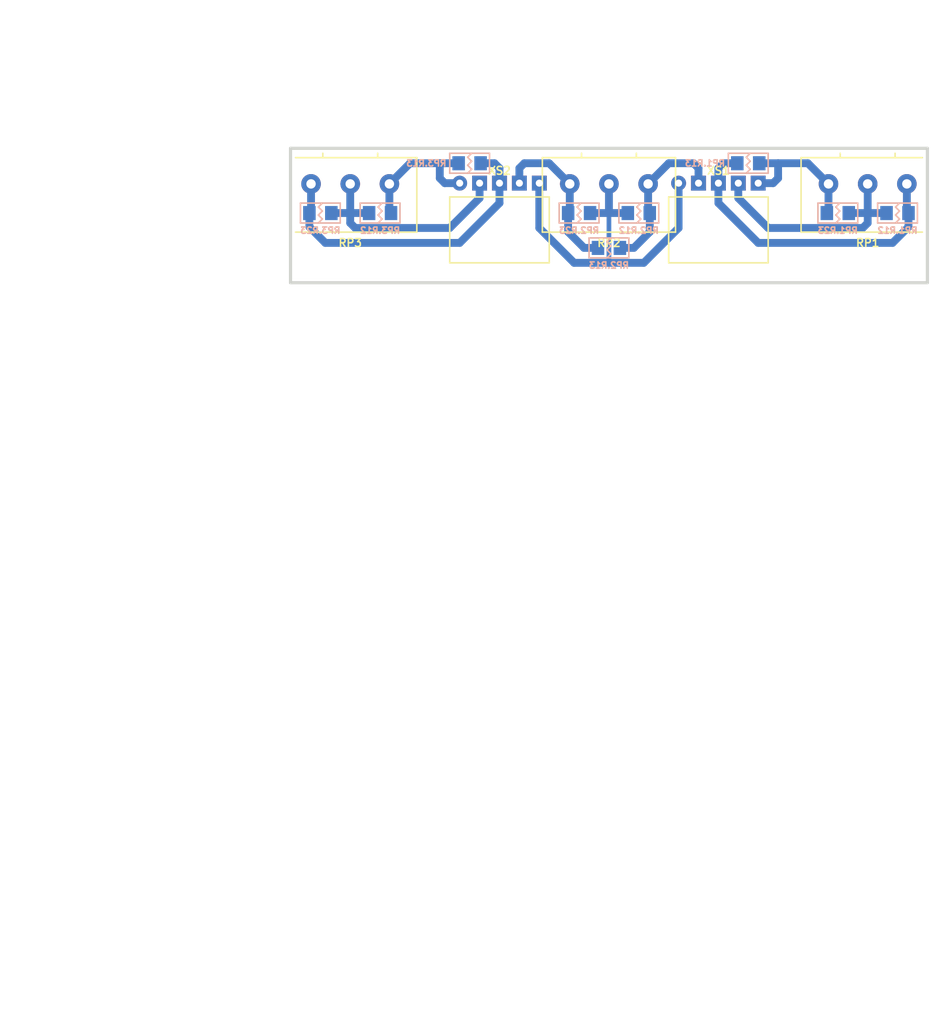
<source format=kicad_pcb>
(kicad_pcb (version 20171130) (host pcbnew 5.1.12-84ad8e8a86~92~ubuntu20.04.1)

  (general
    (thickness 1.6)
    (drawings 5)
    (tracks 74)
    (zones 0)
    (modules 14)
    (nets 10)
  )

  (page A4 portrait)
  (title_block
    (title ТКП-1.39.A-3)
    (date 2024-06-15)
    (rev 2A)
    (company "Копка Земли Potentiometer Board [REV2A]")
    (comment 1 http://github.com/Adept666)
    (comment 2 "Igor Ivanov (Игорь Иванов)")
    (comment 3 -ТТКРЧПДЛ-)
    (comment 4 "This project is licensed under GNU General Public License v3.0 or later")
  )

  (layers
    (0 F.Cu jumper)
    (31 B.Cu signal)
    (36 B.SilkS user)
    (37 F.SilkS user)
    (38 B.Mask user)
    (39 F.Mask user)
    (44 Edge.Cuts user)
    (45 Margin user)
    (46 B.CrtYd user)
    (47 F.CrtYd user)
    (48 B.Fab user)
    (49 F.Fab user)
  )

  (setup
    (last_trace_width 1)
    (user_trace_width 0.6)
    (trace_clearance 0.2)
    (zone_clearance 0.6)
    (zone_45_only no)
    (trace_min 0.2)
    (via_size 1.5)
    (via_drill 0.5)
    (via_min_size 0.6)
    (via_min_drill 0.3)
    (uvia_size 0.6)
    (uvia_drill 0.3)
    (uvias_allowed no)
    (uvia_min_size 0.6)
    (uvia_min_drill 0.3)
    (edge_width 0.4)
    (segment_width 0.6)
    (pcb_text_width 0.2)
    (pcb_text_size 1 1)
    (mod_edge_width 0.2)
    (mod_text_size 1 1)
    (mod_text_width 0.2)
    (pad_size 1.6 1.8)
    (pad_drill 0)
    (pad_to_mask_clearance 0.1)
    (solder_mask_min_width 0.2)
    (aux_axis_origin 0 0)
    (visible_elements 7FFFFFFF)
    (pcbplotparams
      (layerselection 0x20000_7ffffffe)
      (usegerberextensions false)
      (usegerberattributes false)
      (usegerberadvancedattributes false)
      (creategerberjobfile false)
      (excludeedgelayer false)
      (linewidth 0.100000)
      (plotframeref true)
      (viasonmask false)
      (mode 1)
      (useauxorigin false)
      (hpglpennumber 1)
      (hpglpenspeed 20)
      (hpglpendiameter 15.000000)
      (psnegative false)
      (psa4output false)
      (plotreference false)
      (plotvalue true)
      (plotinvisibletext false)
      (padsonsilk true)
      (subtractmaskfromsilk false)
      (outputformat 4)
      (mirror false)
      (drillshape 0)
      (scaleselection 1)
      (outputdirectory ""))
  )

  (net 0 "")
  (net 1 "Net-(RP1-Pad3)")
  (net 2 "Net-(RP1-Pad1)")
  (net 3 "Net-(RP1-Pad2)")
  (net 4 "Net-(RP2-Pad3)")
  (net 5 "Net-(RP2-Pad1)")
  (net 6 "Net-(RP2-Pad2)")
  (net 7 "Net-(RP3-Pad3)")
  (net 8 "Net-(RP3-Pad1)")
  (net 9 "Net-(RP3-Pad2)")

  (net_class Default "This is the default net class."
    (clearance 0.2)
    (trace_width 1)
    (via_dia 1.5)
    (via_drill 0.5)
    (uvia_dia 0.6)
    (uvia_drill 0.3)
    (diff_pair_width 0.2)
    (diff_pair_gap 0.2)
    (add_net "Net-(RP1-Pad1)")
    (add_net "Net-(RP1-Pad2)")
    (add_net "Net-(RP1-Pad3)")
    (add_net "Net-(RP2-Pad1)")
    (add_net "Net-(RP2-Pad2)")
    (add_net "Net-(RP2-Pad3)")
    (add_net "Net-(RP3-Pad1)")
    (add_net "Net-(RP3-Pad2)")
    (add_net "Net-(RP3-Pad3)")
  )

  (module SBKCL-TH-SL:CON-PBS-05R-RPB (layer F.Cu) (tedit 657F4AE2) (tstamp 6083D2A8)
    (at 119.38 144.78)
    (path /60033671)
    (fp_text reference XS1 (at 0 -1.5875) (layer F.SilkS)
      (effects (font (size 1 1) (thickness 0.2)))
    )
    (fp_text value PBS-05R (at 0 5.715) (layer F.Fab)
      (effects (font (size 1 1) (thickness 0.2)))
    )
    (fp_line (start -6.35 10.16) (end 6.35 10.16) (layer F.SilkS) (width 0.2))
    (fp_line (start 6.35 1.76) (end 6.35 10.16) (layer F.Fab) (width 0.2))
    (fp_line (start -6.35 1.76) (end -6.35 10.16) (layer F.Fab) (width 0.2))
    (fp_line (start -6.35 10.16) (end 6.35 10.16) (layer F.Fab) (width 0.2))
    (fp_line (start -6.35 1.76) (end 6.35 1.76) (layer F.Fab) (width 0.2))
    (fp_line (start -6.35 1.76) (end 6.35 1.76) (layer F.SilkS) (width 0.2))
    (fp_line (start -6.35 1.76) (end -6.35 10.16) (layer F.SilkS) (width 0.2))
    (fp_line (start 6.35 1.76) (end 6.35 10.16) (layer F.SilkS) (width 0.2))
    (fp_line (start -6.35 -0.45) (end 6.35 -0.45) (layer F.CrtYd) (width 0.1))
    (fp_line (start -6.35 10.16) (end 6.35 10.16) (layer F.CrtYd) (width 0.1))
    (fp_line (start -6.35 -0.45) (end -6.35 10.16) (layer F.CrtYd) (width 0.1))
    (fp_line (start 6.35 -0.45) (end 6.35 10.16) (layer F.CrtYd) (width 0.1))
    (pad 3 thru_hole rect (at 0 0) (size 1.9 1.9) (drill 0.9) (layers B.Cu B.Mask)
      (net 2 "Net-(RP1-Pad1)"))
    (pad 2 thru_hole rect (at -2.54 0) (size 1.9 1.9) (drill 0.9) (layers B.Cu B.Mask)
      (net 5 "Net-(RP2-Pad1)"))
    (pad 1 thru_hole circle (at -5.08 0) (size 1.9 1.9) (drill 0.9) (layers B.Cu B.Mask)
      (net 6 "Net-(RP2-Pad2)"))
    (pad 4 thru_hole rect (at 2.54 0) (size 1.9 1.9) (drill 0.9) (layers B.Cu B.Mask)
      (net 3 "Net-(RP1-Pad2)"))
    (pad 5 thru_hole rect (at 5.08 0) (size 1.9 1.9) (drill 0.9) (layers B.Cu B.Mask)
      (net 1 "Net-(RP1-Pad3)"))
  )

  (module SBKCL-TH-SL:CON-PBS-05R-RPB (layer F.Cu) (tedit 657F4AE2) (tstamp 60031F53)
    (at 91.44 144.78)
    (path /600A2C72)
    (fp_text reference XS2 (at 0 -1.5875) (layer F.SilkS)
      (effects (font (size 1 1) (thickness 0.2)))
    )
    (fp_text value PBS-05R (at 0 5.715) (layer F.Fab)
      (effects (font (size 1 1) (thickness 0.2)))
    )
    (fp_line (start -6.35 10.16) (end 6.35 10.16) (layer F.SilkS) (width 0.2))
    (fp_line (start 6.35 1.76) (end 6.35 10.16) (layer F.Fab) (width 0.2))
    (fp_line (start -6.35 1.76) (end -6.35 10.16) (layer F.Fab) (width 0.2))
    (fp_line (start -6.35 10.16) (end 6.35 10.16) (layer F.Fab) (width 0.2))
    (fp_line (start -6.35 1.76) (end 6.35 1.76) (layer F.Fab) (width 0.2))
    (fp_line (start -6.35 1.76) (end 6.35 1.76) (layer F.SilkS) (width 0.2))
    (fp_line (start -6.35 1.76) (end -6.35 10.16) (layer F.SilkS) (width 0.2))
    (fp_line (start 6.35 1.76) (end 6.35 10.16) (layer F.SilkS) (width 0.2))
    (fp_line (start -6.35 -0.45) (end 6.35 -0.45) (layer F.CrtYd) (width 0.1))
    (fp_line (start -6.35 10.16) (end 6.35 10.16) (layer F.CrtYd) (width 0.1))
    (fp_line (start -6.35 -0.45) (end -6.35 10.16) (layer F.CrtYd) (width 0.1))
    (fp_line (start 6.35 -0.45) (end 6.35 10.16) (layer F.CrtYd) (width 0.1))
    (pad 3 thru_hole rect (at 0 0) (size 1.9 1.9) (drill 0.9) (layers B.Cu B.Mask)
      (net 7 "Net-(RP3-Pad3)"))
    (pad 2 thru_hole rect (at -2.54 0) (size 1.9 1.9) (drill 0.9) (layers B.Cu B.Mask)
      (net 9 "Net-(RP3-Pad2)"))
    (pad 1 thru_hole circle (at -5.08 0) (size 1.9 1.9) (drill 0.9) (layers B.Cu B.Mask)
      (net 8 "Net-(RP3-Pad1)"))
    (pad 4 thru_hole rect (at 2.54 0) (size 1.9 1.9) (drill 0.9) (layers B.Cu B.Mask)
      (net 4 "Net-(RP2-Pad3)"))
    (pad 5 thru_hole rect (at 5.08 0) (size 1.9 1.9) (drill 0.9) (layers B.Cu B.Mask)
      (net 6 "Net-(RP2-Pad2)"))
  )

  (module SBKCL-TH-SL:RP-PDB181-K-20-P-CENTRAL-CIRCULAR (layer F.Cu) (tedit 657F4124) (tstamp 5FE6D9E5)
    (at 105.41 144.875 180)
    (path /6581D6E1)
    (fp_text reference RP2 (at 0 -7.525 180) (layer F.SilkS)
      (effects (font (size 1 1) (thickness 0.2)))
    )
    (fp_text value B50K (at 0 -1.175 180) (layer F.Fab)
      (effects (font (size 1 1) (thickness 0.2)))
    )
    (fp_line (start 3.5 3.35) (end 3.5 3.905) (layer F.SilkS) (width 0.2))
    (fp_line (start -3.5 3.35) (end -3.5 3.905) (layer F.SilkS) (width 0.2))
    (fp_line (start -7.3 3.35) (end -7.3 5.35) (layer F.Fab) (width 0.2))
    (fp_line (start -8.5 3.35) (end -8.5 5.35) (layer F.Fab) (width 0.2))
    (fp_line (start -8.5 5.35) (end -7.366 5.35) (layer F.Fab) (width 0.2))
    (fp_line (start 8.5 -6.15) (end 8.5 23.35) (layer F.CrtYd) (width 0.1))
    (fp_line (start -8.5 -6.15) (end -8.5 23.35) (layer F.CrtYd) (width 0.1))
    (fp_line (start -8.5 23.35) (end 8.5 23.35) (layer F.CrtYd) (width 0.1))
    (fp_line (start -8.5 -6.15) (end 8.5 -6.15) (layer F.CrtYd) (width 0.1))
    (fp_line (start 8.5 -6.15) (end 8.5 3.35) (layer F.SilkS) (width 0.2))
    (fp_line (start -8.5 -6.15) (end -8.5 3.35) (layer F.SilkS) (width 0.2))
    (fp_line (start -8.5 -6.15) (end 8.5 -6.15) (layer F.SilkS) (width 0.2))
    (fp_line (start -3.5 9.85) (end 3.5 9.85) (layer F.Fab) (width 0.2))
    (fp_line (start 3 9.85) (end 3 23.35) (layer F.Fab) (width 0.2))
    (fp_line (start -3 9.85) (end -3 23.35) (layer F.Fab) (width 0.2))
    (fp_line (start 3.5 3.35) (end 3.5 9.85) (layer F.Fab) (width 0.2))
    (fp_line (start -3.5 3.35) (end -3.5 9.85) (layer F.Fab) (width 0.2))
    (fp_line (start 8.5 -6.15) (end 8.5 3.35) (layer F.Fab) (width 0.2))
    (fp_line (start -8.5 -6.15) (end -8.5 3.35) (layer F.Fab) (width 0.2))
    (fp_line (start -3 23.35) (end 3 23.35) (layer F.Fab) (width 0.2))
    (fp_line (start -8.5 3.35) (end 8.5 3.35) (layer F.Fab) (width 0.2))
    (fp_line (start -8.5 -6.15) (end 8.5 -6.15) (layer F.Fab) (width 0.2))
    (fp_line (start -8.5 3.35) (end 8.5 3.35) (layer F.SilkS) (width 0.2))
    (pad 3 thru_hole circle (at 5 0 180) (size 2.5 2.5) (drill 1.2) (layers B.Cu B.Mask)
      (net 4 "Net-(RP2-Pad3)"))
    (pad 1 thru_hole circle (at -5 0 180) (size 2.5 2.5) (drill 1.2) (layers B.Cu B.Mask)
      (net 5 "Net-(RP2-Pad1)"))
    (pad 2 thru_hole circle (at 0 0 180) (size 2.5 2.5) (drill 1.2) (layers B.Cu B.Mask)
      (net 6 "Net-(RP2-Pad2)"))
  )

  (module SBKCL-TH-SL:RP-PDB181-K-20-P-LAST-CIRCULAR (layer F.Cu) (tedit 657F434F) (tstamp 608AEDE7)
    (at 72.39 144.875 180)
    (path /60857FB0)
    (fp_text reference RP3 (at 0 -7.525 180) (layer F.SilkS)
      (effects (font (size 1 1) (thickness 0.2)))
    )
    (fp_text value B50K (at 0 -1.175 180) (layer F.Fab)
      (effects (font (size 1 1) (thickness 0.2)))
    )
    (fp_line (start 3.5 3.35) (end 3.5 3.905) (layer F.SilkS) (width 0.2))
    (fp_line (start -3.5 3.35) (end -3.5 3.905) (layer F.SilkS) (width 0.2))
    (fp_line (start -7.3 3.35) (end -7.3 5.35) (layer F.Fab) (width 0.2))
    (fp_line (start -8.5 3.35) (end -8.5 5.35) (layer F.Fab) (width 0.2))
    (fp_line (start -8.5 5.35) (end -7.366 5.35) (layer F.Fab) (width 0.2))
    (fp_line (start 8.5 -6.15) (end 8.5 23.35) (layer F.CrtYd) (width 0.1))
    (fp_line (start -8.5 -6.15) (end -8.5 23.35) (layer F.CrtYd) (width 0.1))
    (fp_line (start -8.5 23.35) (end 8.5 23.35) (layer F.CrtYd) (width 0.1))
    (fp_line (start -8.5 -6.15) (end 8.5 -6.15) (layer F.CrtYd) (width 0.1))
    (fp_line (start -8.5 -6.15) (end -8.5 3.35) (layer F.SilkS) (width 0.2))
    (fp_line (start -8.5 -6.15) (end 6.985 -6.15) (layer F.SilkS) (width 0.2))
    (fp_line (start -3.5 9.85) (end 3.5 9.85) (layer F.Fab) (width 0.2))
    (fp_line (start 3 9.85) (end 3 23.35) (layer F.Fab) (width 0.2))
    (fp_line (start -3 9.85) (end -3 23.35) (layer F.Fab) (width 0.2))
    (fp_line (start 3.5 3.35) (end 3.5 9.85) (layer F.Fab) (width 0.2))
    (fp_line (start -3.5 3.35) (end -3.5 9.85) (layer F.Fab) (width 0.2))
    (fp_line (start 8.5 -6.15) (end 8.5 3.35) (layer F.Fab) (width 0.2))
    (fp_line (start -8.5 -6.15) (end -8.5 3.35) (layer F.Fab) (width 0.2))
    (fp_line (start -3 23.35) (end 3 23.35) (layer F.Fab) (width 0.2))
    (fp_line (start -8.5 3.35) (end 8.5 3.35) (layer F.Fab) (width 0.2))
    (fp_line (start -8.5 -6.15) (end 8.5 -6.15) (layer F.Fab) (width 0.2))
    (fp_line (start -8.5 3.35) (end 6.985 3.35) (layer F.SilkS) (width 0.2))
    (pad 2 thru_hole circle (at 0 0 180) (size 2.5 2.5) (drill 1.2) (layers B.Cu B.Mask)
      (net 9 "Net-(RP3-Pad2)"))
    (pad 1 thru_hole circle (at -5 0 180) (size 2.5 2.5) (drill 1.2) (layers B.Cu B.Mask)
      (net 8 "Net-(RP3-Pad1)"))
    (pad 3 thru_hole circle (at 5 0 180) (size 2.5 2.5) (drill 1.2) (layers B.Cu B.Mask)
      (net 7 "Net-(RP3-Pad3)"))
  )

  (module SBKCL-TH-SL:RP-PDB181-K-20-P-FIRST-CIRCULAR (layer F.Cu) (tedit 657F4361) (tstamp 657F8E71)
    (at 138.43 144.875 180)
    (path /6581D6E3)
    (fp_text reference RP1 (at 0 -7.525 180) (layer F.SilkS)
      (effects (font (size 1 1) (thickness 0.2)))
    )
    (fp_text value B50K (at 0 -1.175 180) (layer F.Fab)
      (effects (font (size 1 1) (thickness 0.2)))
    )
    (fp_line (start 3.5 3.35) (end 3.5 3.905) (layer F.SilkS) (width 0.2))
    (fp_line (start -3.5 3.35) (end -3.5 3.905) (layer F.SilkS) (width 0.2))
    (fp_line (start -7.3 3.35) (end -7.3 5.35) (layer F.Fab) (width 0.2))
    (fp_line (start -8.5 3.35) (end -8.5 5.35) (layer F.Fab) (width 0.2))
    (fp_line (start -8.5 5.35) (end -7.366 5.35) (layer F.Fab) (width 0.2))
    (fp_line (start 8.5 -6.15) (end 8.5 23.35) (layer F.CrtYd) (width 0.1))
    (fp_line (start -8.5 -6.15) (end -8.5 23.35) (layer F.CrtYd) (width 0.1))
    (fp_line (start -8.5 23.35) (end 8.5 23.35) (layer F.CrtYd) (width 0.1))
    (fp_line (start -8.5 -6.15) (end 8.5 -6.15) (layer F.CrtYd) (width 0.1))
    (fp_line (start 8.5 -6.15) (end 8.5 3.35) (layer F.SilkS) (width 0.2))
    (fp_line (start -6.985 -6.15) (end 8.5 -6.15) (layer F.SilkS) (width 0.2))
    (fp_line (start -3.5 9.85) (end 3.5 9.85) (layer F.Fab) (width 0.2))
    (fp_line (start 3 9.85) (end 3 23.35) (layer F.Fab) (width 0.2))
    (fp_line (start -3 9.85) (end -3 23.35) (layer F.Fab) (width 0.2))
    (fp_line (start 3.5 3.35) (end 3.5 9.85) (layer F.Fab) (width 0.2))
    (fp_line (start -3.5 3.35) (end -3.5 9.85) (layer F.Fab) (width 0.2))
    (fp_line (start 8.5 -6.15) (end 8.5 3.35) (layer F.Fab) (width 0.2))
    (fp_line (start -8.5 -6.15) (end -8.5 3.35) (layer F.Fab) (width 0.2))
    (fp_line (start -3 23.35) (end 3 23.35) (layer F.Fab) (width 0.2))
    (fp_line (start -8.5 3.35) (end 8.5 3.35) (layer F.Fab) (width 0.2))
    (fp_line (start -8.5 -6.15) (end 8.5 -6.15) (layer F.Fab) (width 0.2))
    (fp_line (start -6.985 3.35) (end 8.5 3.35) (layer F.SilkS) (width 0.2))
    (pad 3 thru_hole circle (at 5 0 180) (size 2.5 2.5) (drill 1.2) (layers B.Cu B.Mask)
      (net 1 "Net-(RP1-Pad3)"))
    (pad 1 thru_hole circle (at -5 0 180) (size 2.5 2.5) (drill 1.2) (layers B.Cu B.Mask)
      (net 2 "Net-(RP1-Pad1)"))
    (pad 2 thru_hole circle (at 0 0 180) (size 2.5 2.5) (drill 1.2) (layers B.Cu B.Mask)
      (net 3 "Net-(RP1-Pad2)"))
  )

  (module KCL-SM:R-SM-1206 (layer B.Cu) (tedit 610FE4F7) (tstamp 657E2BC8)
    (at 68.58 148.59)
    (path /658B5BA7)
    (fp_text reference RP3.R23 (at 0 2.2225) (layer B.SilkS)
      (effects (font (size 0.8 0.8) (thickness 0.2)) (justify mirror))
    )
    (fp_text value X (at 0 0) (layer B.Fab)
      (effects (font (size 1 1) (thickness 0.2)) (justify mirror))
    )
    (fp_line (start -1.6 0.8) (end -1.6 -0.8) (layer B.Fab) (width 0.2))
    (fp_line (start -1.6 -0.8) (end 1.6 -0.8) (layer B.Fab) (width 0.2))
    (fp_line (start 1.6 0.8) (end 1.6 -0.8) (layer B.Fab) (width 0.2))
    (fp_line (start -1.6 0.8) (end 1.6 0.8) (layer B.Fab) (width 0.2))
    (fp_line (start -2.54 1.27) (end -2.54 -1.27) (layer B.SilkS) (width 0.2))
    (fp_line (start 2.54 1.27) (end 2.54 -1.27) (layer B.SilkS) (width 0.2))
    (fp_line (start -2.54 1.27) (end 2.54 1.27) (layer B.SilkS) (width 0.2))
    (fp_line (start -2.54 -1.27) (end 2.54 -1.27) (layer B.SilkS) (width 0.2))
    (fp_line (start -0.254 -0.762) (end 0.254 -1.27) (layer B.SilkS) (width 0.2))
    (fp_line (start 0.254 -0.254) (end -0.254 -0.762) (layer B.SilkS) (width 0.2))
    (fp_line (start -0.254 0.254) (end 0.254 -0.254) (layer B.SilkS) (width 0.2))
    (fp_line (start 0.254 0.762) (end -0.254 1.27) (layer B.SilkS) (width 0.2))
    (fp_line (start -0.254 0.254) (end 0.254 0.762) (layer B.SilkS) (width 0.2))
    (fp_line (start -2.54 1.27) (end -2.54 -1.27) (layer B.CrtYd) (width 0.1))
    (fp_line (start -2.54 -1.27) (end 2.54 -1.27) (layer B.CrtYd) (width 0.1))
    (fp_line (start 2.54 1.27) (end 2.54 -1.27) (layer B.CrtYd) (width 0.1))
    (fp_line (start -2.54 1.27) (end 2.54 1.27) (layer B.CrtYd) (width 0.1))
    (pad 1 smd rect (at -1.4 0) (size 1.6 1.8) (layers B.Cu B.Mask)
      (net 7 "Net-(RP3-Pad3)"))
    (pad 2 smd rect (at 1.4 0) (size 1.6 1.8) (layers B.Cu B.Mask)
      (net 9 "Net-(RP3-Pad2)"))
  )

  (module KCL-SM:R-SM-1206 (layer B.Cu) (tedit 610FE4F7) (tstamp 657E15DF)
    (at 87.63 142.24 180)
    (path /65832EAE)
    (fp_text reference RP3.R13 (at 2.8575 0 180) (layer B.SilkS)
      (effects (font (size 0.8 0.8) (thickness 0.2)) (justify left mirror))
    )
    (fp_text value X (at 0 0 180) (layer B.Fab)
      (effects (font (size 1 1) (thickness 0.2)) (justify mirror))
    )
    (fp_line (start -1.6 0.8) (end -1.6 -0.8) (layer B.Fab) (width 0.2))
    (fp_line (start -1.6 -0.8) (end 1.6 -0.8) (layer B.Fab) (width 0.2))
    (fp_line (start 1.6 0.8) (end 1.6 -0.8) (layer B.Fab) (width 0.2))
    (fp_line (start -1.6 0.8) (end 1.6 0.8) (layer B.Fab) (width 0.2))
    (fp_line (start -2.54 1.27) (end -2.54 -1.27) (layer B.SilkS) (width 0.2))
    (fp_line (start 2.54 1.27) (end 2.54 -1.27) (layer B.SilkS) (width 0.2))
    (fp_line (start -2.54 1.27) (end 2.54 1.27) (layer B.SilkS) (width 0.2))
    (fp_line (start -2.54 -1.27) (end 2.54 -1.27) (layer B.SilkS) (width 0.2))
    (fp_line (start -0.254 -0.762) (end 0.254 -1.27) (layer B.SilkS) (width 0.2))
    (fp_line (start 0.254 -0.254) (end -0.254 -0.762) (layer B.SilkS) (width 0.2))
    (fp_line (start -0.254 0.254) (end 0.254 -0.254) (layer B.SilkS) (width 0.2))
    (fp_line (start 0.254 0.762) (end -0.254 1.27) (layer B.SilkS) (width 0.2))
    (fp_line (start -0.254 0.254) (end 0.254 0.762) (layer B.SilkS) (width 0.2))
    (fp_line (start -2.54 1.27) (end -2.54 -1.27) (layer B.CrtYd) (width 0.1))
    (fp_line (start -2.54 -1.27) (end 2.54 -1.27) (layer B.CrtYd) (width 0.1))
    (fp_line (start 2.54 1.27) (end 2.54 -1.27) (layer B.CrtYd) (width 0.1))
    (fp_line (start -2.54 1.27) (end 2.54 1.27) (layer B.CrtYd) (width 0.1))
    (pad 1 smd rect (at -1.4 0 180) (size 1.6 1.8) (layers B.Cu B.Mask)
      (net 7 "Net-(RP3-Pad3)"))
    (pad 2 smd rect (at 1.4 0 180) (size 1.6 1.8) (layers B.Cu B.Mask)
      (net 8 "Net-(RP3-Pad1)"))
  )

  (module KCL-SM:R-SM-1206 (layer B.Cu) (tedit 610FE4F7) (tstamp 657E15C8)
    (at 76.2 148.59)
    (path /658B46DA)
    (fp_text reference RP3.R12 (at 0 2.2225) (layer B.SilkS)
      (effects (font (size 0.8 0.8) (thickness 0.2)) (justify mirror))
    )
    (fp_text value X (at 0 0) (layer B.Fab)
      (effects (font (size 1 1) (thickness 0.2)) (justify mirror))
    )
    (fp_line (start -1.6 0.8) (end -1.6 -0.8) (layer B.Fab) (width 0.2))
    (fp_line (start -1.6 -0.8) (end 1.6 -0.8) (layer B.Fab) (width 0.2))
    (fp_line (start 1.6 0.8) (end 1.6 -0.8) (layer B.Fab) (width 0.2))
    (fp_line (start -1.6 0.8) (end 1.6 0.8) (layer B.Fab) (width 0.2))
    (fp_line (start -2.54 1.27) (end -2.54 -1.27) (layer B.SilkS) (width 0.2))
    (fp_line (start 2.54 1.27) (end 2.54 -1.27) (layer B.SilkS) (width 0.2))
    (fp_line (start -2.54 1.27) (end 2.54 1.27) (layer B.SilkS) (width 0.2))
    (fp_line (start -2.54 -1.27) (end 2.54 -1.27) (layer B.SilkS) (width 0.2))
    (fp_line (start -0.254 -0.762) (end 0.254 -1.27) (layer B.SilkS) (width 0.2))
    (fp_line (start 0.254 -0.254) (end -0.254 -0.762) (layer B.SilkS) (width 0.2))
    (fp_line (start -0.254 0.254) (end 0.254 -0.254) (layer B.SilkS) (width 0.2))
    (fp_line (start 0.254 0.762) (end -0.254 1.27) (layer B.SilkS) (width 0.2))
    (fp_line (start -0.254 0.254) (end 0.254 0.762) (layer B.SilkS) (width 0.2))
    (fp_line (start -2.54 1.27) (end -2.54 -1.27) (layer B.CrtYd) (width 0.1))
    (fp_line (start -2.54 -1.27) (end 2.54 -1.27) (layer B.CrtYd) (width 0.1))
    (fp_line (start 2.54 1.27) (end 2.54 -1.27) (layer B.CrtYd) (width 0.1))
    (fp_line (start -2.54 1.27) (end 2.54 1.27) (layer B.CrtYd) (width 0.1))
    (pad 1 smd rect (at -1.4 0) (size 1.6 1.8) (layers B.Cu B.Mask)
      (net 9 "Net-(RP3-Pad2)"))
    (pad 2 smd rect (at 1.4 0) (size 1.6 1.8) (layers B.Cu B.Mask)
      (net 8 "Net-(RP3-Pad1)"))
  )

  (module KCL-SM:R-SM-1206 (layer B.Cu) (tedit 610FE4F7) (tstamp 657E15B1)
    (at 101.6 148.59)
    (path /658B2A1D)
    (fp_text reference RP2.R23 (at 0 2.2225) (layer B.SilkS)
      (effects (font (size 0.8 0.8) (thickness 0.2)) (justify mirror))
    )
    (fp_text value X (at 0 0) (layer B.Fab)
      (effects (font (size 1 1) (thickness 0.2)) (justify mirror))
    )
    (fp_line (start -1.6 0.8) (end -1.6 -0.8) (layer B.Fab) (width 0.2))
    (fp_line (start -1.6 -0.8) (end 1.6 -0.8) (layer B.Fab) (width 0.2))
    (fp_line (start 1.6 0.8) (end 1.6 -0.8) (layer B.Fab) (width 0.2))
    (fp_line (start -1.6 0.8) (end 1.6 0.8) (layer B.Fab) (width 0.2))
    (fp_line (start -2.54 1.27) (end -2.54 -1.27) (layer B.SilkS) (width 0.2))
    (fp_line (start 2.54 1.27) (end 2.54 -1.27) (layer B.SilkS) (width 0.2))
    (fp_line (start -2.54 1.27) (end 2.54 1.27) (layer B.SilkS) (width 0.2))
    (fp_line (start -2.54 -1.27) (end 2.54 -1.27) (layer B.SilkS) (width 0.2))
    (fp_line (start -0.254 -0.762) (end 0.254 -1.27) (layer B.SilkS) (width 0.2))
    (fp_line (start 0.254 -0.254) (end -0.254 -0.762) (layer B.SilkS) (width 0.2))
    (fp_line (start -0.254 0.254) (end 0.254 -0.254) (layer B.SilkS) (width 0.2))
    (fp_line (start 0.254 0.762) (end -0.254 1.27) (layer B.SilkS) (width 0.2))
    (fp_line (start -0.254 0.254) (end 0.254 0.762) (layer B.SilkS) (width 0.2))
    (fp_line (start -2.54 1.27) (end -2.54 -1.27) (layer B.CrtYd) (width 0.1))
    (fp_line (start -2.54 -1.27) (end 2.54 -1.27) (layer B.CrtYd) (width 0.1))
    (fp_line (start 2.54 1.27) (end 2.54 -1.27) (layer B.CrtYd) (width 0.1))
    (fp_line (start -2.54 1.27) (end 2.54 1.27) (layer B.CrtYd) (width 0.1))
    (pad 1 smd rect (at -1.4 0) (size 1.6 1.8) (layers B.Cu B.Mask)
      (net 4 "Net-(RP2-Pad3)"))
    (pad 2 smd rect (at 1.4 0) (size 1.6 1.8) (layers B.Cu B.Mask)
      (net 6 "Net-(RP2-Pad2)"))
  )

  (module KCL-SM:R-SM-1206 (layer B.Cu) (tedit 610FE4F7) (tstamp 657EA292)
    (at 105.41 153.035)
    (path /65830DC8)
    (fp_text reference RP2.R13 (at 0 2.2225) (layer B.SilkS)
      (effects (font (size 0.8 0.8) (thickness 0.2)) (justify mirror))
    )
    (fp_text value X (at 0 0) (layer B.Fab)
      (effects (font (size 1 1) (thickness 0.2)) (justify mirror))
    )
    (fp_line (start -1.6 0.8) (end -1.6 -0.8) (layer B.Fab) (width 0.2))
    (fp_line (start -1.6 -0.8) (end 1.6 -0.8) (layer B.Fab) (width 0.2))
    (fp_line (start 1.6 0.8) (end 1.6 -0.8) (layer B.Fab) (width 0.2))
    (fp_line (start -1.6 0.8) (end 1.6 0.8) (layer B.Fab) (width 0.2))
    (fp_line (start -2.54 1.27) (end -2.54 -1.27) (layer B.SilkS) (width 0.2))
    (fp_line (start 2.54 1.27) (end 2.54 -1.27) (layer B.SilkS) (width 0.2))
    (fp_line (start -2.54 1.27) (end 2.54 1.27) (layer B.SilkS) (width 0.2))
    (fp_line (start -2.54 -1.27) (end 2.54 -1.27) (layer B.SilkS) (width 0.2))
    (fp_line (start -0.254 -0.762) (end 0.254 -1.27) (layer B.SilkS) (width 0.2))
    (fp_line (start 0.254 -0.254) (end -0.254 -0.762) (layer B.SilkS) (width 0.2))
    (fp_line (start -0.254 0.254) (end 0.254 -0.254) (layer B.SilkS) (width 0.2))
    (fp_line (start 0.254 0.762) (end -0.254 1.27) (layer B.SilkS) (width 0.2))
    (fp_line (start -0.254 0.254) (end 0.254 0.762) (layer B.SilkS) (width 0.2))
    (fp_line (start -2.54 1.27) (end -2.54 -1.27) (layer B.CrtYd) (width 0.1))
    (fp_line (start -2.54 -1.27) (end 2.54 -1.27) (layer B.CrtYd) (width 0.1))
    (fp_line (start 2.54 1.27) (end 2.54 -1.27) (layer B.CrtYd) (width 0.1))
    (fp_line (start -2.54 1.27) (end 2.54 1.27) (layer B.CrtYd) (width 0.1))
    (pad 1 smd rect (at -1.4 0) (size 1.6 1.8) (layers B.Cu B.Mask)
      (net 4 "Net-(RP2-Pad3)"))
    (pad 2 smd rect (at 1.4 0) (size 1.6 1.8) (layers B.Cu B.Mask)
      (net 5 "Net-(RP2-Pad1)"))
  )

  (module KCL-SM:R-SM-1206 (layer B.Cu) (tedit 610FE4F7) (tstamp 657E1583)
    (at 109.22 148.59)
    (path /658B1485)
    (fp_text reference RP2.R12 (at 0 2.2225) (layer B.SilkS)
      (effects (font (size 0.8 0.8) (thickness 0.2)) (justify mirror))
    )
    (fp_text value X (at 0 0) (layer B.Fab)
      (effects (font (size 1 1) (thickness 0.2)) (justify mirror))
    )
    (fp_line (start -1.6 0.8) (end -1.6 -0.8) (layer B.Fab) (width 0.2))
    (fp_line (start -1.6 -0.8) (end 1.6 -0.8) (layer B.Fab) (width 0.2))
    (fp_line (start 1.6 0.8) (end 1.6 -0.8) (layer B.Fab) (width 0.2))
    (fp_line (start -1.6 0.8) (end 1.6 0.8) (layer B.Fab) (width 0.2))
    (fp_line (start -2.54 1.27) (end -2.54 -1.27) (layer B.SilkS) (width 0.2))
    (fp_line (start 2.54 1.27) (end 2.54 -1.27) (layer B.SilkS) (width 0.2))
    (fp_line (start -2.54 1.27) (end 2.54 1.27) (layer B.SilkS) (width 0.2))
    (fp_line (start -2.54 -1.27) (end 2.54 -1.27) (layer B.SilkS) (width 0.2))
    (fp_line (start -0.254 -0.762) (end 0.254 -1.27) (layer B.SilkS) (width 0.2))
    (fp_line (start 0.254 -0.254) (end -0.254 -0.762) (layer B.SilkS) (width 0.2))
    (fp_line (start -0.254 0.254) (end 0.254 -0.254) (layer B.SilkS) (width 0.2))
    (fp_line (start 0.254 0.762) (end -0.254 1.27) (layer B.SilkS) (width 0.2))
    (fp_line (start -0.254 0.254) (end 0.254 0.762) (layer B.SilkS) (width 0.2))
    (fp_line (start -2.54 1.27) (end -2.54 -1.27) (layer B.CrtYd) (width 0.1))
    (fp_line (start -2.54 -1.27) (end 2.54 -1.27) (layer B.CrtYd) (width 0.1))
    (fp_line (start 2.54 1.27) (end 2.54 -1.27) (layer B.CrtYd) (width 0.1))
    (fp_line (start -2.54 1.27) (end 2.54 1.27) (layer B.CrtYd) (width 0.1))
    (pad 1 smd rect (at -1.4 0) (size 1.6 1.8) (layers B.Cu B.Mask)
      (net 6 "Net-(RP2-Pad2)"))
    (pad 2 smd rect (at 1.4 0) (size 1.6 1.8) (layers B.Cu B.Mask)
      (net 5 "Net-(RP2-Pad1)"))
  )

  (module KCL-SM:R-SM-1206 (layer B.Cu) (tedit 610FE4F7) (tstamp 657E156C)
    (at 134.62 148.59)
    (path /658ABE7A)
    (fp_text reference RP1.R23 (at 0 2.2225) (layer B.SilkS)
      (effects (font (size 0.8 0.8) (thickness 0.2)) (justify mirror))
    )
    (fp_text value X (at 0 0) (layer B.Fab)
      (effects (font (size 1 1) (thickness 0.2)) (justify mirror))
    )
    (fp_line (start -1.6 0.8) (end -1.6 -0.8) (layer B.Fab) (width 0.2))
    (fp_line (start -1.6 -0.8) (end 1.6 -0.8) (layer B.Fab) (width 0.2))
    (fp_line (start 1.6 0.8) (end 1.6 -0.8) (layer B.Fab) (width 0.2))
    (fp_line (start -1.6 0.8) (end 1.6 0.8) (layer B.Fab) (width 0.2))
    (fp_line (start -2.54 1.27) (end -2.54 -1.27) (layer B.SilkS) (width 0.2))
    (fp_line (start 2.54 1.27) (end 2.54 -1.27) (layer B.SilkS) (width 0.2))
    (fp_line (start -2.54 1.27) (end 2.54 1.27) (layer B.SilkS) (width 0.2))
    (fp_line (start -2.54 -1.27) (end 2.54 -1.27) (layer B.SilkS) (width 0.2))
    (fp_line (start -0.254 -0.762) (end 0.254 -1.27) (layer B.SilkS) (width 0.2))
    (fp_line (start 0.254 -0.254) (end -0.254 -0.762) (layer B.SilkS) (width 0.2))
    (fp_line (start -0.254 0.254) (end 0.254 -0.254) (layer B.SilkS) (width 0.2))
    (fp_line (start 0.254 0.762) (end -0.254 1.27) (layer B.SilkS) (width 0.2))
    (fp_line (start -0.254 0.254) (end 0.254 0.762) (layer B.SilkS) (width 0.2))
    (fp_line (start -2.54 1.27) (end -2.54 -1.27) (layer B.CrtYd) (width 0.1))
    (fp_line (start -2.54 -1.27) (end 2.54 -1.27) (layer B.CrtYd) (width 0.1))
    (fp_line (start 2.54 1.27) (end 2.54 -1.27) (layer B.CrtYd) (width 0.1))
    (fp_line (start -2.54 1.27) (end 2.54 1.27) (layer B.CrtYd) (width 0.1))
    (pad 1 smd rect (at -1.4 0) (size 1.6 1.8) (layers B.Cu B.Mask)
      (net 1 "Net-(RP1-Pad3)"))
    (pad 2 smd rect (at 1.4 0) (size 1.6 1.8) (layers B.Cu B.Mask)
      (net 3 "Net-(RP1-Pad2)"))
  )

  (module KCL-SM:R-SM-1206 (layer B.Cu) (tedit 610FE4F7) (tstamp 657E1555)
    (at 123.19 142.24 180)
    (path /65826818)
    (fp_text reference RP1.R13 (at 2.8575 0 180) (layer B.SilkS)
      (effects (font (size 0.8 0.8) (thickness 0.2)) (justify left mirror))
    )
    (fp_text value X (at 0 0 180) (layer B.Fab)
      (effects (font (size 1 1) (thickness 0.2)) (justify mirror))
    )
    (fp_line (start -1.6 0.8) (end -1.6 -0.8) (layer B.Fab) (width 0.2))
    (fp_line (start -1.6 -0.8) (end 1.6 -0.8) (layer B.Fab) (width 0.2))
    (fp_line (start 1.6 0.8) (end 1.6 -0.8) (layer B.Fab) (width 0.2))
    (fp_line (start -1.6 0.8) (end 1.6 0.8) (layer B.Fab) (width 0.2))
    (fp_line (start -2.54 1.27) (end -2.54 -1.27) (layer B.SilkS) (width 0.2))
    (fp_line (start 2.54 1.27) (end 2.54 -1.27) (layer B.SilkS) (width 0.2))
    (fp_line (start -2.54 1.27) (end 2.54 1.27) (layer B.SilkS) (width 0.2))
    (fp_line (start -2.54 -1.27) (end 2.54 -1.27) (layer B.SilkS) (width 0.2))
    (fp_line (start -0.254 -0.762) (end 0.254 -1.27) (layer B.SilkS) (width 0.2))
    (fp_line (start 0.254 -0.254) (end -0.254 -0.762) (layer B.SilkS) (width 0.2))
    (fp_line (start -0.254 0.254) (end 0.254 -0.254) (layer B.SilkS) (width 0.2))
    (fp_line (start 0.254 0.762) (end -0.254 1.27) (layer B.SilkS) (width 0.2))
    (fp_line (start -0.254 0.254) (end 0.254 0.762) (layer B.SilkS) (width 0.2))
    (fp_line (start -2.54 1.27) (end -2.54 -1.27) (layer B.CrtYd) (width 0.1))
    (fp_line (start -2.54 -1.27) (end 2.54 -1.27) (layer B.CrtYd) (width 0.1))
    (fp_line (start 2.54 1.27) (end 2.54 -1.27) (layer B.CrtYd) (width 0.1))
    (fp_line (start -2.54 1.27) (end 2.54 1.27) (layer B.CrtYd) (width 0.1))
    (pad 1 smd rect (at -1.4 0 180) (size 1.6 1.8) (layers B.Cu B.Mask)
      (net 1 "Net-(RP1-Pad3)"))
    (pad 2 smd rect (at 1.4 0 180) (size 1.6 1.8) (layers B.Cu B.Mask)
      (net 2 "Net-(RP1-Pad1)"))
  )

  (module KCL-SM:R-SM-1206 (layer B.Cu) (tedit 610FE4F7) (tstamp 657E153E)
    (at 142.24 148.59)
    (path /658A7FC6)
    (fp_text reference RP1.R12 (at 0 2.2225) (layer B.SilkS)
      (effects (font (size 0.8 0.8) (thickness 0.2)) (justify mirror))
    )
    (fp_text value X (at 0 0) (layer B.Fab)
      (effects (font (size 1 1) (thickness 0.2)) (justify mirror))
    )
    (fp_line (start -1.6 0.8) (end -1.6 -0.8) (layer B.Fab) (width 0.2))
    (fp_line (start -1.6 -0.8) (end 1.6 -0.8) (layer B.Fab) (width 0.2))
    (fp_line (start 1.6 0.8) (end 1.6 -0.8) (layer B.Fab) (width 0.2))
    (fp_line (start -1.6 0.8) (end 1.6 0.8) (layer B.Fab) (width 0.2))
    (fp_line (start -2.54 1.27) (end -2.54 -1.27) (layer B.SilkS) (width 0.2))
    (fp_line (start 2.54 1.27) (end 2.54 -1.27) (layer B.SilkS) (width 0.2))
    (fp_line (start -2.54 1.27) (end 2.54 1.27) (layer B.SilkS) (width 0.2))
    (fp_line (start -2.54 -1.27) (end 2.54 -1.27) (layer B.SilkS) (width 0.2))
    (fp_line (start -0.254 -0.762) (end 0.254 -1.27) (layer B.SilkS) (width 0.2))
    (fp_line (start 0.254 -0.254) (end -0.254 -0.762) (layer B.SilkS) (width 0.2))
    (fp_line (start -0.254 0.254) (end 0.254 -0.254) (layer B.SilkS) (width 0.2))
    (fp_line (start 0.254 0.762) (end -0.254 1.27) (layer B.SilkS) (width 0.2))
    (fp_line (start -0.254 0.254) (end 0.254 0.762) (layer B.SilkS) (width 0.2))
    (fp_line (start -2.54 1.27) (end -2.54 -1.27) (layer B.CrtYd) (width 0.1))
    (fp_line (start -2.54 -1.27) (end 2.54 -1.27) (layer B.CrtYd) (width 0.1))
    (fp_line (start 2.54 1.27) (end 2.54 -1.27) (layer B.CrtYd) (width 0.1))
    (fp_line (start -2.54 1.27) (end 2.54 1.27) (layer B.CrtYd) (width 0.1))
    (pad 1 smd rect (at -1.4 0) (size 1.6 1.8) (layers B.Cu B.Mask)
      (net 3 "Net-(RP1-Pad2)"))
    (pad 2 smd rect (at 1.4 0) (size 1.6 1.8) (layers B.Cu B.Mask)
      (net 2 "Net-(RP1-Pad1)"))
  )

  (gr_text "1. Перечёркнутые элементы не устанавливать." (at 119.83 250.19) (layer B.Fab)
    (effects (font (size 2.54 2.54) (thickness 0.2)) (justify left mirror))
  )
  (gr_line (start 146.05 140.335) (end 146.05 157.48) (layer Edge.Cuts) (width 0.4) (tstamp 5FE6F872))
  (gr_line (start 64.77 140.335) (end 64.77 157.48) (layer Edge.Cuts) (width 0.4) (tstamp 5FE6F872))
  (gr_line (start 64.77 157.48) (end 146.05 157.48) (layer Edge.Cuts) (width 0.4) (tstamp 5FE6FAB1))
  (gr_line (start 64.77 140.335) (end 146.05 140.335) (layer Edge.Cuts) (width 0.4) (tstamp 5FE6F86E))

  (segment (start 133.43 144.875) (end 133.43 148.59) (width 1) (layer B.Cu) (net 1))
  (segment (start 124.59 142.24) (end 127 142.24) (width 1) (layer B.Cu) (net 1))
  (segment (start 133.43 144.875) (end 130.795 142.24) (width 1) (layer B.Cu) (net 1))
  (segment (start 127 142.24) (end 130.795 142.24) (width 1) (layer B.Cu) (net 1))
  (segment (start 126.365 144.78) (end 127 144.145) (width 1) (layer B.Cu) (net 1))
  (segment (start 127 142.24) (end 127 144.145) (width 1) (layer B.Cu) (net 1))
  (segment (start 126.365 144.78) (end 124.46 144.78) (width 1) (layer B.Cu) (net 1))
  (segment (start 143.43 144.875) (end 143.43 148.59) (width 1) (layer B.Cu) (net 2))
  (segment (start 121.79 142.24) (end 120.015 142.24) (width 1) (layer B.Cu) (net 2))
  (segment (start 120.015 142.24) (end 119.38 142.875) (width 1) (layer B.Cu) (net 2))
  (segment (start 119.38 142.875) (end 119.38 144.78) (width 1) (layer B.Cu) (net 2))
  (segment (start 119.38 147.32) (end 119.38 144.78) (width 1) (layer B.Cu) (net 2))
  (segment (start 124.46 152.4) (end 119.38 147.32) (width 1) (layer B.Cu) (net 2))
  (segment (start 141.605 152.4) (end 124.46 152.4) (width 1) (layer B.Cu) (net 2))
  (segment (start 143.64 150.365) (end 141.605 152.4) (width 1) (layer B.Cu) (net 2))
  (segment (start 143.64 148.59) (end 143.64 150.365) (width 1) (layer B.Cu) (net 2))
  (segment (start 138.43 144.875) (end 138.43 148.59) (width 1) (layer B.Cu) (net 3))
  (segment (start 136.02 148.59) (end 138.43 148.59) (width 1) (layer B.Cu) (net 3))
  (segment (start 140.84 148.59) (end 138.43 148.59) (width 1) (layer B.Cu) (net 3))
  (segment (start 121.92 146.685) (end 121.92 144.78) (width 1) (layer B.Cu) (net 3))
  (segment (start 125.73 150.495) (end 121.92 146.685) (width 1) (layer B.Cu) (net 3))
  (segment (start 137.795 150.495) (end 125.73 150.495) (width 1) (layer B.Cu) (net 3))
  (segment (start 138.43 149.86) (end 137.795 150.495) (width 1) (layer B.Cu) (net 3))
  (segment (start 138.43 148.59) (end 138.43 149.86) (width 1) (layer B.Cu) (net 3))
  (segment (start 100.41 144.875) (end 100.41 148.59) (width 1) (layer B.Cu) (net 4))
  (segment (start 104.01 153.035) (end 102.235 153.035) (width 1) (layer B.Cu) (net 4))
  (segment (start 100.2 151) (end 102.235 153.035) (width 1) (layer B.Cu) (net 4))
  (segment (start 100.2 148.59) (end 100.2 151) (width 1) (layer B.Cu) (net 4))
  (segment (start 93.98 142.875) (end 93.98 144.78) (width 1) (layer B.Cu) (net 4))
  (segment (start 94.615 142.24) (end 93.98 142.875) (width 1) (layer B.Cu) (net 4))
  (segment (start 97.775 142.24) (end 94.615 142.24) (width 1) (layer B.Cu) (net 4))
  (segment (start 100.41 144.875) (end 97.775 142.24) (width 1) (layer B.Cu) (net 4))
  (segment (start 116.205 142.24) (end 116.84 142.875) (width 1) (layer B.Cu) (net 5))
  (segment (start 116.84 142.875) (end 116.84 144.78) (width 1) (layer B.Cu) (net 5))
  (segment (start 110.41 144.875) (end 110.41 148.59) (width 1) (layer B.Cu) (net 5))
  (segment (start 106.81 153.035) (end 108.585 153.035) (width 1) (layer B.Cu) (net 5))
  (segment (start 110.62 151) (end 108.585 153.035) (width 1) (layer B.Cu) (net 5))
  (segment (start 110.62 148.59) (end 110.62 151) (width 1) (layer B.Cu) (net 5))
  (segment (start 113.045 142.24) (end 116.205 142.24) (width 1) (layer B.Cu) (net 5))
  (segment (start 110.41 144.875) (end 113.045 142.24) (width 1) (layer B.Cu) (net 5))
  (segment (start 105.41 144.875) (end 105.41 148.59) (width 1) (layer B.Cu) (net 6))
  (segment (start 103 148.59) (end 105.41 148.59) (width 1) (layer B.Cu) (net 6))
  (segment (start 107.82 148.59) (end 105.41 148.59) (width 1) (layer B.Cu) (net 6))
  (segment (start 105.41 148.59) (end 105.41 154.94) (width 0.6) (layer B.Cu) (net 6))
  (segment (start 109.855 154.94) (end 105.41 154.94) (width 1) (layer B.Cu) (net 6))
  (segment (start 114.3 150.495) (end 109.855 154.94) (width 1) (layer B.Cu) (net 6))
  (segment (start 114.3 144.78) (end 114.3 150.495) (width 1) (layer B.Cu) (net 6))
  (segment (start 100.965 154.94) (end 105.41 154.94) (width 1) (layer B.Cu) (net 6))
  (segment (start 96.52 150.495) (end 100.965 154.94) (width 1) (layer B.Cu) (net 6))
  (segment (start 96.52 144.78) (end 96.52 150.495) (width 1) (layer B.Cu) (net 6))
  (segment (start 67.39 144.875) (end 67.39 148.59) (width 1) (layer B.Cu) (net 7))
  (segment (start 89.03 142.24) (end 90.805 142.24) (width 1) (layer B.Cu) (net 7))
  (segment (start 90.805 142.24) (end 91.44 142.875) (width 1) (layer B.Cu) (net 7))
  (segment (start 91.44 142.875) (end 91.44 144.78) (width 1) (layer B.Cu) (net 7))
  (segment (start 69.215 152.4) (end 86.36 152.4) (width 1) (layer B.Cu) (net 7))
  (segment (start 67.18 150.365) (end 69.215 152.4) (width 1) (layer B.Cu) (net 7))
  (segment (start 67.18 148.59) (end 67.18 150.365) (width 1) (layer B.Cu) (net 7))
  (segment (start 91.44 147.32) (end 91.44 144.78) (width 1) (layer B.Cu) (net 7))
  (segment (start 86.36 152.4) (end 91.44 147.32) (width 1) (layer B.Cu) (net 7))
  (segment (start 77.39 144.875) (end 77.39 148.59) (width 1) (layer B.Cu) (net 8))
  (segment (start 77.39 144.875) (end 80.025 142.24) (width 1) (layer B.Cu) (net 8))
  (segment (start 86.23 142.24) (end 83.82 142.24) (width 1) (layer B.Cu) (net 8))
  (segment (start 80.025 142.24) (end 83.82 142.24) (width 1) (layer B.Cu) (net 8))
  (segment (start 83.82 144.145) (end 84.455 144.78) (width 1) (layer B.Cu) (net 8))
  (segment (start 84.455 144.78) (end 86.36 144.78) (width 1) (layer B.Cu) (net 8))
  (segment (start 83.82 142.24) (end 83.82 144.145) (width 1) (layer B.Cu) (net 8))
  (segment (start 72.39 144.875) (end 72.39 148.59) (width 1) (layer B.Cu) (net 9))
  (segment (start 69.98 148.59) (end 72.39 148.59) (width 1) (layer B.Cu) (net 9))
  (segment (start 74.8 148.59) (end 72.39 148.59) (width 1) (layer B.Cu) (net 9))
  (segment (start 88.9 146.685) (end 88.9 144.78) (width 1) (layer B.Cu) (net 9))
  (segment (start 85.09 150.495) (end 88.9 146.685) (width 1) (layer B.Cu) (net 9))
  (segment (start 73.025 150.495) (end 85.09 150.495) (width 1) (layer B.Cu) (net 9))
  (segment (start 72.39 149.86) (end 73.025 150.495) (width 1) (layer B.Cu) (net 9))
  (segment (start 72.39 148.59) (end 72.39 149.86) (width 1) (layer B.Cu) (net 9))

)

</source>
